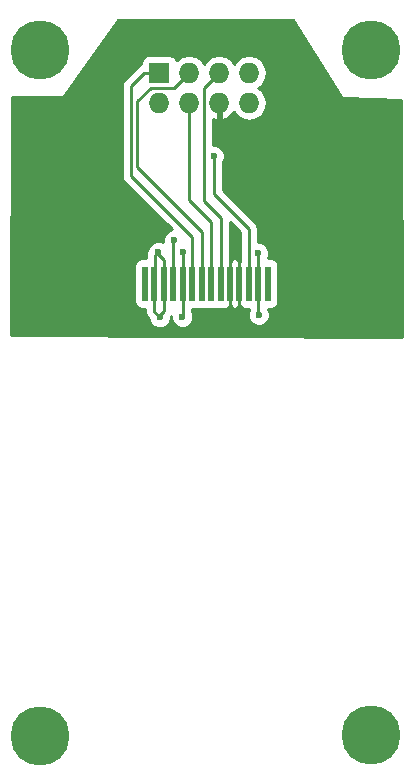
<source format=gbr>
G04 #@! TF.FileFunction,Copper,L1,Top,Signal*
%FSLAX46Y46*%
G04 Gerber Fmt 4.6, Leading zero omitted, Abs format (unit mm)*
G04 Created by KiCad (PCBNEW 4.0.2-stable) date 10.07.2016 15:03:55*
%MOMM*%
G01*
G04 APERTURE LIST*
%ADD10C,0.100000*%
%ADD11R,0.500000X3.000000*%
%ADD12R,1.727200X1.727200*%
%ADD13O,1.727200X1.727200*%
%ADD14C,5.000000*%
%ADD15C,0.600000*%
%ADD16C,0.250000*%
%ADD17C,0.254000*%
G04 APERTURE END LIST*
D10*
D11*
X145427500Y-108394500D03*
X146227500Y-108394500D03*
X147027500Y-108394500D03*
X147827500Y-108394500D03*
X148627500Y-108394500D03*
X149427500Y-108394500D03*
X150227500Y-108394500D03*
X151027500Y-108394500D03*
X151827500Y-108394500D03*
X152627500Y-108394500D03*
X153427500Y-108394500D03*
X154227500Y-108394500D03*
X155027500Y-108394500D03*
X155827500Y-108394500D03*
D12*
X146621500Y-90551000D03*
D13*
X146621500Y-93091000D03*
X149161500Y-90551000D03*
X149161500Y-93091000D03*
X151701500Y-90551000D03*
X151701500Y-93091000D03*
X154241500Y-90551000D03*
X154241500Y-93091000D03*
D14*
X136525000Y-88646000D03*
X164528500Y-88646000D03*
X136525000Y-146685000D03*
X164528500Y-146621500D03*
D15*
X147891500Y-104711500D03*
X148653500Y-105727500D03*
X155003500Y-105791000D03*
X146558000Y-105727500D03*
X155067000Y-111061500D03*
X148590000Y-111188500D03*
X146685000Y-111252000D03*
X153035000Y-104648000D03*
X157099000Y-101854000D03*
X151257000Y-97599500D03*
D16*
X147827500Y-108394500D02*
X147827500Y-104775500D01*
X147827500Y-104775500D02*
X147891500Y-104711500D01*
X148627500Y-105753500D02*
X148627500Y-108394500D01*
X148653500Y-105727500D02*
X148627500Y-105753500D01*
X155003500Y-105791000D02*
X155027500Y-105815000D01*
X155027500Y-105815000D02*
X155027500Y-108394500D01*
X146558000Y-105727500D02*
X146558000Y-105918000D01*
X147027500Y-106387500D02*
X147027500Y-108394500D01*
X146558000Y-105918000D02*
X147027500Y-106387500D01*
X146240500Y-106045000D02*
X146240500Y-108381500D01*
X146558000Y-105727500D02*
X146240500Y-106045000D01*
X146240500Y-108381500D02*
X146227500Y-108394500D01*
X155027500Y-111022000D02*
X155027500Y-108394500D01*
X155067000Y-111061500D02*
X155027500Y-111022000D01*
X148627500Y-111151000D02*
X148627500Y-108394500D01*
X148590000Y-111188500D02*
X148627500Y-111151000D01*
X146685000Y-111252000D02*
X146685000Y-111061500D01*
X146685000Y-111061500D02*
X147027500Y-110719000D01*
X147027500Y-110719000D02*
X147027500Y-108394500D01*
X146227500Y-110794500D02*
X146227500Y-108394500D01*
X146685000Y-111252000D02*
X146227500Y-110794500D01*
X154559000Y-111950500D02*
X154368500Y-111950500D01*
X153427500Y-111009500D02*
X153427500Y-108394500D01*
X154368500Y-111950500D02*
X153427500Y-111009500D01*
X157099000Y-101854000D02*
X157099000Y-104203500D01*
X152627500Y-111035000D02*
X152627500Y-108394500D01*
X153543000Y-111950500D02*
X152627500Y-111035000D01*
X157480000Y-111950500D02*
X154559000Y-111950500D01*
X154559000Y-111950500D02*
X153543000Y-111950500D01*
X159258000Y-110172500D02*
X157480000Y-111950500D01*
X159258000Y-106362500D02*
X159258000Y-110172500D01*
X157099000Y-104203500D02*
X159258000Y-106362500D01*
X153035000Y-104648000D02*
X153098500Y-104648000D01*
X153098500Y-104648000D02*
X153427500Y-104977000D01*
X153427500Y-104977000D02*
X153427500Y-108394500D01*
X152627500Y-105055500D02*
X152627500Y-108394500D01*
X153035000Y-104648000D02*
X152627500Y-105055500D01*
X152654000Y-108421000D02*
X152627500Y-108394500D01*
X151701500Y-93091000D02*
X151701500Y-95186500D01*
X157099000Y-100584000D02*
X157099000Y-101854000D01*
X151701500Y-95186500D02*
X157099000Y-100584000D01*
X149427500Y-108394500D02*
X149427500Y-104469500D01*
X145351500Y-90551000D02*
X146621500Y-90551000D01*
X144208500Y-91694000D02*
X145351500Y-90551000D01*
X144208500Y-99250500D02*
X144208500Y-91694000D01*
X149427500Y-104469500D02*
X144208500Y-99250500D01*
X150227500Y-108394500D02*
X150227500Y-103999500D01*
X147891500Y-91821000D02*
X149161500Y-90551000D01*
X145923000Y-91821000D02*
X147891500Y-91821000D01*
X144780000Y-92964000D02*
X145923000Y-91821000D01*
X144780000Y-98552000D02*
X144780000Y-92964000D01*
X150227500Y-103999500D02*
X144780000Y-98552000D01*
X151027500Y-108394500D02*
X151027500Y-103212000D01*
X149161500Y-101346000D02*
X149161500Y-93091000D01*
X151027500Y-103212000D02*
X149161500Y-101346000D01*
X151827500Y-108394500D02*
X151827500Y-102805500D01*
X150431500Y-91821000D02*
X151701500Y-90551000D01*
X150431500Y-101409500D02*
X150431500Y-91821000D01*
X151827500Y-102805500D02*
X150431500Y-101409500D01*
X154227500Y-108394500D02*
X154227500Y-103745000D01*
X151257000Y-100774500D02*
X151257000Y-97599500D01*
X154227500Y-103745000D02*
X151257000Y-100774500D01*
D17*
G36*
X162135439Y-92651315D02*
X162170452Y-92687586D01*
X162239286Y-92709959D01*
X167132387Y-92833835D01*
X167195101Y-112902270D01*
X134112395Y-112713226D01*
X134175302Y-92583000D01*
X138493500Y-92583000D01*
X138542910Y-92572994D01*
X138597590Y-92528762D01*
X139181112Y-91694000D01*
X143448500Y-91694000D01*
X143448500Y-99250500D01*
X143506352Y-99541339D01*
X143671099Y-99787901D01*
X147673219Y-103790021D01*
X147362557Y-103918383D01*
X147099308Y-104181173D01*
X146956662Y-104524701D01*
X146956352Y-104880507D01*
X146744799Y-104792662D01*
X146372833Y-104792338D01*
X146029057Y-104934383D01*
X145765808Y-105197173D01*
X145623162Y-105540701D01*
X145623087Y-105627346D01*
X145538352Y-105754161D01*
X145480500Y-106045000D01*
X145480500Y-106247060D01*
X145177500Y-106247060D01*
X144942183Y-106291338D01*
X144726059Y-106430410D01*
X144581069Y-106642610D01*
X144530060Y-106894500D01*
X144530060Y-109894500D01*
X144574338Y-110129817D01*
X144713410Y-110345941D01*
X144925610Y-110490931D01*
X145177500Y-110541940D01*
X145467500Y-110541940D01*
X145467500Y-110794500D01*
X145525352Y-111085339D01*
X145690099Y-111331901D01*
X145749878Y-111391680D01*
X145749838Y-111437167D01*
X145891883Y-111780943D01*
X146154673Y-112044192D01*
X146498201Y-112186838D01*
X146870167Y-112187162D01*
X147213943Y-112045117D01*
X147477192Y-111782327D01*
X147619838Y-111438799D01*
X147620069Y-111173836D01*
X147655058Y-111121472D01*
X147654838Y-111373667D01*
X147796883Y-111717443D01*
X148059673Y-111980692D01*
X148403201Y-112123338D01*
X148775167Y-112123662D01*
X149118943Y-111981617D01*
X149382192Y-111718827D01*
X149524838Y-111375299D01*
X149525162Y-111003333D01*
X149387500Y-110670165D01*
X149387500Y-110541940D01*
X149677500Y-110541940D01*
X149833007Y-110512679D01*
X149977500Y-110541940D01*
X150477500Y-110541940D01*
X150633007Y-110512679D01*
X150777500Y-110541940D01*
X151277500Y-110541940D01*
X151433007Y-110512679D01*
X151577500Y-110541940D01*
X152077500Y-110541940D01*
X152217587Y-110515581D01*
X152251191Y-110529500D01*
X152343750Y-110529500D01*
X152488884Y-110384366D01*
X152528941Y-110358590D01*
X152624490Y-110218750D01*
X152639173Y-110254199D01*
X152752500Y-110367525D01*
X152752500Y-110370750D01*
X152911250Y-110529500D01*
X153003809Y-110529500D01*
X153027500Y-110519687D01*
X153051191Y-110529500D01*
X153143750Y-110529500D01*
X153302500Y-110370750D01*
X153302500Y-110367525D01*
X153415827Y-110254199D01*
X153430923Y-110217753D01*
X153513410Y-110345941D01*
X153558499Y-110376749D01*
X153711250Y-110529500D01*
X153803809Y-110529500D01*
X153840671Y-110514231D01*
X153977500Y-110541940D01*
X154267500Y-110541940D01*
X154267500Y-110548773D01*
X154132162Y-110874701D01*
X154131838Y-111246667D01*
X154273883Y-111590443D01*
X154536673Y-111853692D01*
X154880201Y-111996338D01*
X155252167Y-111996662D01*
X155595943Y-111854617D01*
X155859192Y-111591827D01*
X156001838Y-111248299D01*
X156002162Y-110876333D01*
X155863994Y-110541940D01*
X156077500Y-110541940D01*
X156312817Y-110497662D01*
X156528941Y-110358590D01*
X156673931Y-110146390D01*
X156724940Y-109894500D01*
X156724940Y-106894500D01*
X156680662Y-106659183D01*
X156541590Y-106443059D01*
X156329390Y-106298069D01*
X156077500Y-106247060D01*
X155826531Y-106247060D01*
X155938338Y-105977799D01*
X155938662Y-105605833D01*
X155796617Y-105262057D01*
X155533827Y-104998808D01*
X155190299Y-104856162D01*
X154987500Y-104855985D01*
X154987500Y-103745000D01*
X154929648Y-103454161D01*
X154929648Y-103454160D01*
X154764901Y-103207599D01*
X152017000Y-100459698D01*
X152017000Y-98161963D01*
X152049192Y-98129827D01*
X152191838Y-97786299D01*
X152192162Y-97414333D01*
X152050117Y-97070557D01*
X151787327Y-96807308D01*
X151443799Y-96664662D01*
X151191500Y-96664442D01*
X151191500Y-94483426D01*
X151342474Y-94545958D01*
X151574500Y-94424817D01*
X151574500Y-93218000D01*
X151554500Y-93218000D01*
X151554500Y-92964000D01*
X151574500Y-92964000D01*
X151574500Y-92944000D01*
X151828500Y-92944000D01*
X151828500Y-92964000D01*
X151848500Y-92964000D01*
X151848500Y-93218000D01*
X151828500Y-93218000D01*
X151828500Y-94424817D01*
X152060526Y-94545958D01*
X152476447Y-94373688D01*
X152908321Y-93979490D01*
X152965836Y-93856772D01*
X153181830Y-94180029D01*
X153668011Y-94504885D01*
X154241500Y-94618959D01*
X154814989Y-94504885D01*
X155301170Y-94180029D01*
X155626026Y-93693848D01*
X155740100Y-93120359D01*
X155740100Y-93061641D01*
X155626026Y-92488152D01*
X155301170Y-92001971D01*
X155030328Y-91821000D01*
X155301170Y-91640029D01*
X155626026Y-91153848D01*
X155740100Y-90580359D01*
X155740100Y-90521641D01*
X155626026Y-89948152D01*
X155301170Y-89461971D01*
X154814989Y-89137115D01*
X154241500Y-89023041D01*
X153668011Y-89137115D01*
X153181830Y-89461971D01*
X152971500Y-89776752D01*
X152761170Y-89461971D01*
X152274989Y-89137115D01*
X151701500Y-89023041D01*
X151128011Y-89137115D01*
X150641830Y-89461971D01*
X150431500Y-89776752D01*
X150221170Y-89461971D01*
X149734989Y-89137115D01*
X149161500Y-89023041D01*
X148588011Y-89137115D01*
X148101830Y-89461971D01*
X148092695Y-89475642D01*
X148088262Y-89452083D01*
X147949190Y-89235959D01*
X147736990Y-89090969D01*
X147485100Y-89039960D01*
X145757900Y-89039960D01*
X145522583Y-89084238D01*
X145306459Y-89223310D01*
X145161469Y-89435510D01*
X145110460Y-89687400D01*
X145110460Y-89838946D01*
X145060661Y-89848852D01*
X144814099Y-90013599D01*
X143671099Y-91156599D01*
X143506352Y-91403161D01*
X143448500Y-91694000D01*
X139181112Y-91694000D01*
X143131676Y-86042500D01*
X157918386Y-86042500D01*
X162135439Y-92651315D01*
X162135439Y-92651315D01*
G37*
X162135439Y-92651315D02*
X162170452Y-92687586D01*
X162239286Y-92709959D01*
X167132387Y-92833835D01*
X167195101Y-112902270D01*
X134112395Y-112713226D01*
X134175302Y-92583000D01*
X138493500Y-92583000D01*
X138542910Y-92572994D01*
X138597590Y-92528762D01*
X139181112Y-91694000D01*
X143448500Y-91694000D01*
X143448500Y-99250500D01*
X143506352Y-99541339D01*
X143671099Y-99787901D01*
X147673219Y-103790021D01*
X147362557Y-103918383D01*
X147099308Y-104181173D01*
X146956662Y-104524701D01*
X146956352Y-104880507D01*
X146744799Y-104792662D01*
X146372833Y-104792338D01*
X146029057Y-104934383D01*
X145765808Y-105197173D01*
X145623162Y-105540701D01*
X145623087Y-105627346D01*
X145538352Y-105754161D01*
X145480500Y-106045000D01*
X145480500Y-106247060D01*
X145177500Y-106247060D01*
X144942183Y-106291338D01*
X144726059Y-106430410D01*
X144581069Y-106642610D01*
X144530060Y-106894500D01*
X144530060Y-109894500D01*
X144574338Y-110129817D01*
X144713410Y-110345941D01*
X144925610Y-110490931D01*
X145177500Y-110541940D01*
X145467500Y-110541940D01*
X145467500Y-110794500D01*
X145525352Y-111085339D01*
X145690099Y-111331901D01*
X145749878Y-111391680D01*
X145749838Y-111437167D01*
X145891883Y-111780943D01*
X146154673Y-112044192D01*
X146498201Y-112186838D01*
X146870167Y-112187162D01*
X147213943Y-112045117D01*
X147477192Y-111782327D01*
X147619838Y-111438799D01*
X147620069Y-111173836D01*
X147655058Y-111121472D01*
X147654838Y-111373667D01*
X147796883Y-111717443D01*
X148059673Y-111980692D01*
X148403201Y-112123338D01*
X148775167Y-112123662D01*
X149118943Y-111981617D01*
X149382192Y-111718827D01*
X149524838Y-111375299D01*
X149525162Y-111003333D01*
X149387500Y-110670165D01*
X149387500Y-110541940D01*
X149677500Y-110541940D01*
X149833007Y-110512679D01*
X149977500Y-110541940D01*
X150477500Y-110541940D01*
X150633007Y-110512679D01*
X150777500Y-110541940D01*
X151277500Y-110541940D01*
X151433007Y-110512679D01*
X151577500Y-110541940D01*
X152077500Y-110541940D01*
X152217587Y-110515581D01*
X152251191Y-110529500D01*
X152343750Y-110529500D01*
X152488884Y-110384366D01*
X152528941Y-110358590D01*
X152624490Y-110218750D01*
X152639173Y-110254199D01*
X152752500Y-110367525D01*
X152752500Y-110370750D01*
X152911250Y-110529500D01*
X153003809Y-110529500D01*
X153027500Y-110519687D01*
X153051191Y-110529500D01*
X153143750Y-110529500D01*
X153302500Y-110370750D01*
X153302500Y-110367525D01*
X153415827Y-110254199D01*
X153430923Y-110217753D01*
X153513410Y-110345941D01*
X153558499Y-110376749D01*
X153711250Y-110529500D01*
X153803809Y-110529500D01*
X153840671Y-110514231D01*
X153977500Y-110541940D01*
X154267500Y-110541940D01*
X154267500Y-110548773D01*
X154132162Y-110874701D01*
X154131838Y-111246667D01*
X154273883Y-111590443D01*
X154536673Y-111853692D01*
X154880201Y-111996338D01*
X155252167Y-111996662D01*
X155595943Y-111854617D01*
X155859192Y-111591827D01*
X156001838Y-111248299D01*
X156002162Y-110876333D01*
X155863994Y-110541940D01*
X156077500Y-110541940D01*
X156312817Y-110497662D01*
X156528941Y-110358590D01*
X156673931Y-110146390D01*
X156724940Y-109894500D01*
X156724940Y-106894500D01*
X156680662Y-106659183D01*
X156541590Y-106443059D01*
X156329390Y-106298069D01*
X156077500Y-106247060D01*
X155826531Y-106247060D01*
X155938338Y-105977799D01*
X155938662Y-105605833D01*
X155796617Y-105262057D01*
X155533827Y-104998808D01*
X155190299Y-104856162D01*
X154987500Y-104855985D01*
X154987500Y-103745000D01*
X154929648Y-103454161D01*
X154929648Y-103454160D01*
X154764901Y-103207599D01*
X152017000Y-100459698D01*
X152017000Y-98161963D01*
X152049192Y-98129827D01*
X152191838Y-97786299D01*
X152192162Y-97414333D01*
X152050117Y-97070557D01*
X151787327Y-96807308D01*
X151443799Y-96664662D01*
X151191500Y-96664442D01*
X151191500Y-94483426D01*
X151342474Y-94545958D01*
X151574500Y-94424817D01*
X151574500Y-93218000D01*
X151554500Y-93218000D01*
X151554500Y-92964000D01*
X151574500Y-92964000D01*
X151574500Y-92944000D01*
X151828500Y-92944000D01*
X151828500Y-92964000D01*
X151848500Y-92964000D01*
X151848500Y-93218000D01*
X151828500Y-93218000D01*
X151828500Y-94424817D01*
X152060526Y-94545958D01*
X152476447Y-94373688D01*
X152908321Y-93979490D01*
X152965836Y-93856772D01*
X153181830Y-94180029D01*
X153668011Y-94504885D01*
X154241500Y-94618959D01*
X154814989Y-94504885D01*
X155301170Y-94180029D01*
X155626026Y-93693848D01*
X155740100Y-93120359D01*
X155740100Y-93061641D01*
X155626026Y-92488152D01*
X155301170Y-92001971D01*
X155030328Y-91821000D01*
X155301170Y-91640029D01*
X155626026Y-91153848D01*
X155740100Y-90580359D01*
X155740100Y-90521641D01*
X155626026Y-89948152D01*
X155301170Y-89461971D01*
X154814989Y-89137115D01*
X154241500Y-89023041D01*
X153668011Y-89137115D01*
X153181830Y-89461971D01*
X152971500Y-89776752D01*
X152761170Y-89461971D01*
X152274989Y-89137115D01*
X151701500Y-89023041D01*
X151128011Y-89137115D01*
X150641830Y-89461971D01*
X150431500Y-89776752D01*
X150221170Y-89461971D01*
X149734989Y-89137115D01*
X149161500Y-89023041D01*
X148588011Y-89137115D01*
X148101830Y-89461971D01*
X148092695Y-89475642D01*
X148088262Y-89452083D01*
X147949190Y-89235959D01*
X147736990Y-89090969D01*
X147485100Y-89039960D01*
X145757900Y-89039960D01*
X145522583Y-89084238D01*
X145306459Y-89223310D01*
X145161469Y-89435510D01*
X145110460Y-89687400D01*
X145110460Y-89838946D01*
X145060661Y-89848852D01*
X144814099Y-90013599D01*
X143671099Y-91156599D01*
X143506352Y-91403161D01*
X143448500Y-91694000D01*
X139181112Y-91694000D01*
X143131676Y-86042500D01*
X157918386Y-86042500D01*
X162135439Y-92651315D01*
G36*
X153467500Y-104059802D02*
X153467500Y-106516114D01*
X153430510Y-106570250D01*
X153415827Y-106534801D01*
X153302500Y-106421475D01*
X153302500Y-106418250D01*
X153143750Y-106259500D01*
X153051191Y-106259500D01*
X153027500Y-106269313D01*
X153003809Y-106259500D01*
X152911250Y-106259500D01*
X152752500Y-106418250D01*
X152752500Y-106421475D01*
X152639173Y-106534801D01*
X152624077Y-106571247D01*
X152587500Y-106514405D01*
X152587500Y-103179802D01*
X153467500Y-104059802D01*
X153467500Y-104059802D01*
G37*
X153467500Y-104059802D02*
X153467500Y-106516114D01*
X153430510Y-106570250D01*
X153415827Y-106534801D01*
X153302500Y-106421475D01*
X153302500Y-106418250D01*
X153143750Y-106259500D01*
X153051191Y-106259500D01*
X153027500Y-106269313D01*
X153003809Y-106259500D01*
X152911250Y-106259500D01*
X152752500Y-106418250D01*
X152752500Y-106421475D01*
X152639173Y-106534801D01*
X152624077Y-106571247D01*
X152587500Y-106514405D01*
X152587500Y-103179802D01*
X153467500Y-104059802D01*
M02*

</source>
